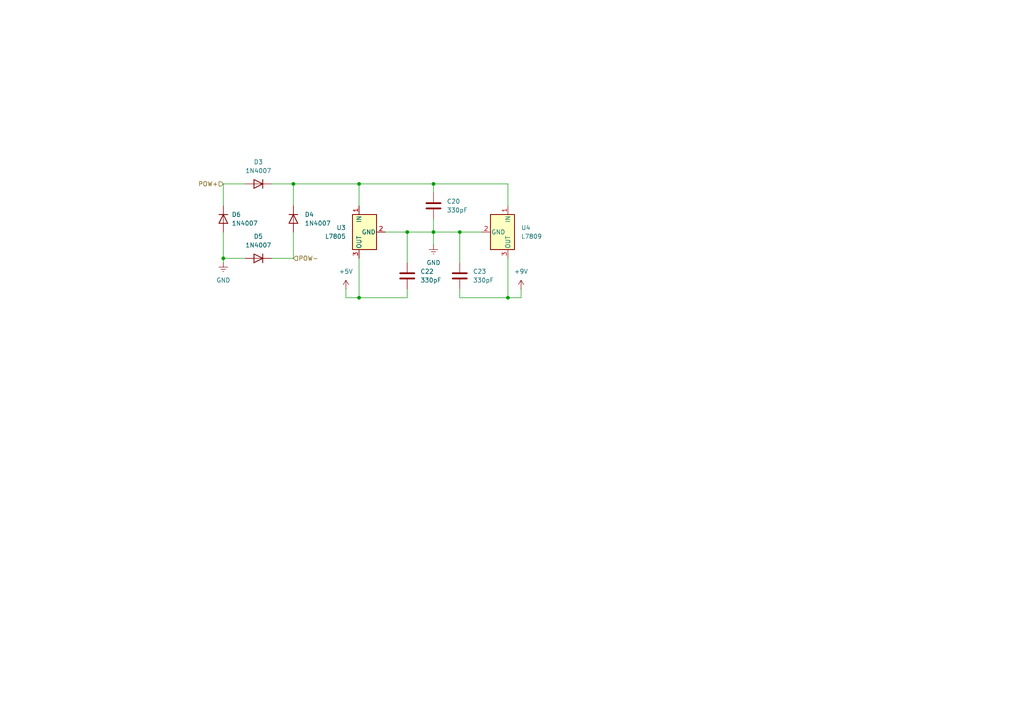
<source format=kicad_sch>
(kicad_sch (version 20231120) (generator "eeschema") (generator_version "8.0")
  (paper "A4")
  (lib_symbols
    (symbol "Device:C" (pin_numbers hide) (pin_names (offset 0.254))
      (property "Reference" "C" (at 0.635 2.54 0))
      (property "Value" "C" (at 0.635 -2.54 0))
      (symbol "C_0_1"
        (polyline (pts (xy -2.032 -0.762) (xy 2.032 -0.762)) (stroke (width 0.508)))
        (polyline (pts (xy -2.032 0.762) (xy 2.032 0.762)) (stroke (width 0.508)))
      )
      (symbol "C_1_1"
        (pin passive line (at 0 3.81 270) (length 2.794) (name "~") (number "1"))
        (pin passive line (at 0 -3.81 90) (length 2.794) (name "~") (number "2"))
      )
    )
    (symbol "Diode:1N4007" (pin_numbers hide) (pin_names hide)
      (property "Reference" "D" (at 0 2.54 0))
      (property "Value" "1N4007" (at 0 -2.54 0))
      (symbol "1N4007_0_1"
        (polyline (pts (xy -1.27 1.27) (xy -1.27 -1.27)) (stroke (width 0.254)))
        (polyline (pts (xy 1.27 0) (xy -1.27 0)))
        (polyline (pts (xy 1.27 1.27) (xy 1.27 -1.27) (xy -1.27 0) (xy 1.27 1.27)) (stroke (width 0.254)))
      )
      (symbol "1N4007_1_1"
        (pin passive line (at -3.81 0 0) (length 2.54) (name "K") (number "1"))
        (pin passive line (at 3.81 0 180) (length 2.54) (name "A") (number "2"))
      )
    )
    (symbol "Regulator_Linear:L7805" (pin_names (offset 0.254))
      (property "Reference" "U" (at -3.81 3.175 0))
      (property "Value" "L7805" (at 0 3.175 0))
      (symbol "L7805_0_1"
        (rectangle (start -5.08 1.905) (end 5.08 -5.08) (stroke (width 0.254)) (fill (type background)))
      )
      (symbol "L7805_1_1"
        (pin power_in line (at -7.62 0 0) (length 2.54) (name "IN") (number "1"))
        (pin power_in line (at 0 -7.62 90) (length 2.54) (name "GND") (number "2"))
        (pin power_out line (at 7.62 0 180) (length 2.54) (name "OUT") (number "3"))
      )
    )
    (symbol "Regulator_Linear:L7809" (pin_names (offset 0.254))
      (property "Reference" "U" (at -3.81 3.175 0))
      (property "Value" "L7809" (at 0 3.175 0))
      (symbol "L7809_0_1"
        (rectangle (start -5.08 1.905) (end 5.08 -5.08) (stroke (width 0.254)) (fill (type background)))
      )
      (symbol "L7809_1_1"
        (pin power_in line (at -7.62 0 0) (length 2.54) (name "IN") (number "1"))
        (pin power_in line (at 0 -7.62 90) (length 2.54) (name "GND") (number "2"))
        (pin power_out line (at 7.62 0 180) (length 2.54) (name "OUT") (number "3"))
      )
    )
    (symbol "power:+5V" (power) (pin_numbers hide) (pin_names (offset 0) hide)
      (property "Value" "+5V" (at 0 3.556 0))
      (symbol "+5V_0_1"
        (polyline (pts (xy -0.762 1.27) (xy 0 2.54)))
        (polyline (pts (xy 0 0) (xy 0 2.54)))
        (polyline (pts (xy 0 2.54) (xy 0.762 1.27)))
      )
      (symbol "+5V_1_1"
        (pin power_in line (at 0 0 90) (length 0) (name "~") (number "1"))
      )
    )
    (symbol "power:+9V" (power) (pin_numbers hide) (pin_names (offset 0) hide)
      (property "Value" "+9V" (at 0 3.556 0))
      (symbol "+9V_0_1"
        (polyline (pts (xy -0.762 1.27) (xy 0 2.54)))
        (polyline (pts (xy 0 0) (xy 0 2.54)))
        (polyline (pts (xy 0 2.54) (xy 0.762 1.27)))
      )
      (symbol "+9V_1_1"
        (pin power_in line (at 0 0 90) (length 0) (name "~") (number "1"))
      )
    )
    (symbol "power:Earth" (power) (pin_numbers hide) (pin_names (offset 0) hide)
      (property "Value" "Earth" (at 0 -3.81 0))
      (symbol "Earth_0_1"
        (polyline (pts (xy -0.635 -1.905) (xy 0.635 -1.905)))
        (polyline (pts (xy -0.127 -2.54) (xy 0.127 -2.54)))
        (polyline (pts (xy 0 -1.27) (xy 0 0)))
        (polyline (pts (xy 1.27 -1.27) (xy -1.27 -1.27)))
      )
      (symbol "Earth_1_1"
        (pin power_in line (at 0 0 270) (length 0) (name "~") (number "1"))
      )
    )
  )
  (junction (at 64.77 74.93))
  (junction (at 125.73 53.34))
  (junction (at 147.32 86.36))
  (junction (at 104.14 53.34))
  (junction (at 125.73 67.31))
  (junction (at 85.09 53.34))
  (junction (at 118.11 67.31))
  (junction (at 104.14 86.36))
  (junction (at 133.35 67.31))
  (wire (pts (xy 85.09 67.31) (xy 85.09 74.93)))
  (wire (pts (xy 133.35 67.31) (xy 133.35 76.2)))
  (wire (pts (xy 104.14 53.34) (xy 125.73 53.34)))
  (wire (pts (xy 64.77 53.34) (xy 64.77 59.69)))
  (wire (pts (xy 125.73 53.34) (xy 147.32 53.34)))
  (wire (pts (xy 133.35 86.36) (xy 147.32 86.36)))
  (wire (pts (xy 85.09 53.34) (xy 104.14 53.34)))
  (wire (pts (xy 111.76 67.31) (xy 118.11 67.31)))
  (wire (pts (xy 125.73 63.5) (xy 125.73 67.31)))
  (wire (pts (xy 118.11 86.36) (xy 118.11 83.82)))
  (wire (pts (xy 118.11 67.31) (xy 125.73 67.31)))
  (wire (pts (xy 133.35 86.36) (xy 133.35 83.82)))
  (wire (pts (xy 133.35 67.31) (xy 139.7 67.31)))
  (wire (pts (xy 147.32 53.34) (xy 147.32 59.69)))
  (wire (pts (xy 64.77 74.93) (xy 64.77 67.31)))
  (wire (pts (xy 71.12 53.34) (xy 64.77 53.34)))
  (wire (pts (xy 78.74 53.34) (xy 85.09 53.34)))
  (wire (pts (xy 125.73 67.31) (xy 125.73 71.12)))
  (wire (pts (xy 151.13 83.82) (xy 151.13 86.36)))
  (wire (pts (xy 64.77 76.2) (xy 64.77 74.93)))
  (wire (pts (xy 85.09 53.34) (xy 85.09 59.69)))
  (wire (pts (xy 71.12 74.93) (xy 64.77 74.93)))
  (wire (pts (xy 85.09 74.93) (xy 78.74 74.93)))
  (wire (pts (xy 147.32 86.36) (xy 147.32 74.93)))
  (wire (pts (xy 100.33 86.36) (xy 104.14 86.36)))
  (wire (pts (xy 118.11 67.31) (xy 118.11 76.2)))
  (wire (pts (xy 104.14 74.93) (xy 104.14 86.36)))
  (wire (pts (xy 125.73 67.31) (xy 133.35 67.31)))
  (wire (pts (xy 125.73 53.34) (xy 125.73 55.88)))
  (wire (pts (xy 151.13 86.36) (xy 147.32 86.36)))
  (wire (pts (xy 104.14 59.69) (xy 104.14 53.34)))
  (wire (pts (xy 100.33 83.82) (xy 100.33 86.36)))
  (wire (pts (xy 104.14 86.36) (xy 118.11 86.36)))
  (hierarchical_label "POW-" (shape input) (at 85.09 74.93 0))
  (hierarchical_label "POW+" (shape input) (at 64.77 53.34 180))
  (symbol (lib_id "power:Earth") (at 125.73 71.12 0) (unit 1)
    (property "Reference" "#PWR011" (effects (hide yes)))
    (property "Value" "GND" (at 125.73 76.2 0))
    (property "Description" "Power symbol creates a global label with name \"Earth\"" (effects (hide yes)))
  )
  (symbol (lib_id "Diode:1N4007") (at 64.77 63.5 270) (unit 1)
    (property "Reference" "D6" (at 67.1922 62.2299 90) (effects (justify left)))
    (property "Value" "1N4007" (at 67.1922 64.7699 90) (effects (justify left)))
    (property "Footprint" "Diode_THT:D_DO-41_SOD81_P10.16mm_Horizontal" (effects (hide yes)))
    (property "Datasheet" "http://www.vishay.com/docs/88503/1n4001.pdf" (effects (hide yes)))
    (property "Description" "1000V 1A General Purpose Rectifier Diode, DO-41" (effects (hide yes)))
    (property "Sim.Device" "D" (effects (hide yes)))
    (property "Sim.Pins" "1=K 2=A" (effects (hide yes)))
  )
  (symbol (lib_id "power:+5V") (at 100.33 83.82 0) (unit 1)
    (property "Reference" "#PWR014" (effects (hide yes)))
    (property "Value" "+5V" (at 100.33 78.74 0))
    (property "Description" "Power symbol creates a global label with name \"+5V\"" (effects (hide yes)))
  )
  (symbol (lib_id "Diode:1N4007") (at 85.09 63.5 270) (unit 1)
    (property "Reference" "D4" (at 88.3677 62.2299 90) (effects (justify left)))
    (property "Value" "1N4007" (at 88.3677 64.7699 90) (effects (justify left)))
    (property "Footprint" "Diode_THT:D_DO-41_SOD81_P10.16mm_Horizontal" (effects (hide yes)))
    (property "Datasheet" "http://www.vishay.com/docs/88503/1n4001.pdf" (effects (hide yes)))
    (property "Description" "1000V 1A General Purpose Rectifier Diode, DO-41" (effects (hide yes)))
    (property "Sim.Device" "D" (effects (hide yes)))
    (property "Sim.Pins" "1=K 2=A" (effects (hide yes)))
  )
  (symbol (lib_id "Regulator_Linear:L7805") (at 104.14 67.31 90) (mirror x) (unit 1)
    (property "Reference" "U3" (at 100.33 66.0399 90) (effects (justify left)))
    (property "Value" "L7805" (at 100.33 68.5799 90) (effects (justify left)))
    (property "Footprint" "Package_TO_SOT_THT:TO-220-3_Vertical" (effects (hide yes)))
    (property "Datasheet" "http://www.st.com/content/ccc/resource/technical/document/datasheet/41/4f/b3/b0/12/d4/47/88/CD00000444.pdf/files/CD00000444.pdf/jcr:content/translations/en.CD00000444.pdf" (effects (hide yes)))
    (property "Description" "Positive 1.5A 35V Linear Regulator, Fixed Output 5V, TO-220/TO-263/TO-252" (effects (hide yes)))
  )
  (symbol (lib_id "Regulator_Linear:L7809") (at 147.32 67.31 270) (unit 1)
    (property "Reference" "U4" (at 151.13 66.0399 90) (effects (justify left)))
    (property "Value" "L7809" (at 151.13 68.5799 90) (effects (justify left)))
    (property "Footprint" "Package_TO_SOT_THT:TO-220-3_Vertical" (effects (hide yes)))
    (property "Datasheet" "http://www.st.com/content/ccc/resource/technical/document/datasheet/41/4f/b3/b0/12/d4/47/88/CD00000444.pdf/files/CD00000444.pdf/jcr:content/translations/en.CD00000444.pdf" (effects (hide yes)))
    (property "Description" "Positive 1.5A 35V Linear Regulator, Fixed Output 9V, TO-220/TO-263/TO-252" (effects (hide yes)))
  )
  (symbol (lib_id "Device:C") (at 125.73 59.69 180) (unit 1)
    (property "Reference" "C20" (at 129.5752 58.4199 0) (effects (justify right)))
    (property "Value" "330pF" (at 129.5752 60.9599 0) (effects (justify right)))
    (property "Footprint" "Capacitor_THT:C_Rect_L4.0mm_W2.5mm_P2.50mm" (effects (hide yes)))
    (property "Description" "Unpolarized capacitor" (effects (hide yes)))
  )
  (symbol (lib_id "Diode:1N4007") (at 74.93 53.34 180) (unit 1)
    (property "Reference" "D3" (at 74.93 46.99 0))
    (property "Value" "1N4007" (at 74.93 49.53 0))
    (property "Footprint" "Diode_THT:D_DO-41_SOD81_P10.16mm_Horizontal" (effects (hide yes)))
    (property "Datasheet" "http://www.vishay.com/docs/88503/1n4001.pdf" (effects (hide yes)))
    (property "Description" "1000V 1A General Purpose Rectifier Diode, DO-41" (effects (hide yes)))
    (property "Sim.Device" "D" (effects (hide yes)))
    (property "Sim.Pins" "1=K 2=A" (effects (hide yes)))
  )
  (symbol (lib_id "Device:C") (at 118.11 80.01 180) (unit 1)
    (property "Reference" "C22" (at 121.92 78.7399 0) (effects (justify right)))
    (property "Value" "330pF" (at 121.92 81.2799 0) (effects (justify right)))
    (property "Footprint" "Capacitor_THT:C_Rect_L4.0mm_W2.5mm_P2.50mm" (effects (hide yes)))
    (property "Description" "Unpolarized capacitor" (effects (hide yes)))
  )
  (symbol (lib_id "Diode:1N4007") (at 74.93 74.93 180) (unit 1)
    (property "Reference" "D5" (at 74.93 68.58 0))
    (property "Value" "1N4007" (at 74.93 71.12 0))
    (property "Footprint" "Diode_THT:D_DO-41_SOD81_P10.16mm_Horizontal" (effects (hide yes)))
    (property "Datasheet" "http://www.vishay.com/docs/88503/1n4001.pdf" (effects (hide yes)))
    (property "Description" "1000V 1A General Purpose Rectifier Diode, DO-41" (effects (hide yes)))
    (property "Sim.Device" "D" (effects (hide yes)))
    (property "Sim.Pins" "1=K 2=A" (effects (hide yes)))
  )
  (symbol (lib_id "power:Earth") (at 64.77 76.2 0) (unit 1)
    (property "Reference" "#PWR012" (effects (hide yes)))
    (property "Value" "GND" (at 64.77 81.28 0))
    (property "Description" "Power symbol creates a global label with name \"Earth\"" (effects (hide yes)))
  )
  (symbol (lib_id "Device:C") (at 133.35 80.01 180) (unit 1)
    (property "Reference" "C23" (at 137.16 78.7399 0) (effects (justify right)))
    (property "Value" "330pF" (at 137.16 81.2799 0) (effects (justify right)))
    (property "Footprint" "Capacitor_THT:C_Rect_L4.0mm_W2.5mm_P2.50mm" (effects (hide yes)))
    (property "Description" "Unpolarized capacitor" (effects (hide yes)))
  )
  (symbol (lib_id "power:+9V") (at 151.13 83.82 0) (unit 1)
    (property "Reference" "#PWR013" (effects (hide yes)))
    (property "Value" "+9V" (at 151.13 78.74 0))
    (property "Description" "Power symbol creates a global label with name \"+9V\"" (effects (hide yes)))
  )
)
</source>
